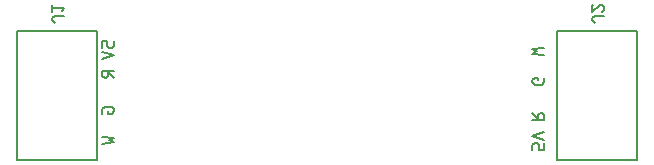
<source format=gbr>
G04 Generated by Ultiboard 14.0 *
%FSLAX33Y33*%
%MOMM*%

%ADD10C,0.001*%
%ADD11C,0.156*%
%ADD12C,0.200*%


G04 ColorRGB FF14FF for the following layer *
%LNSilkscreen Bottom*%
%LPD*%
G54D10*
G54D11*
X4880Y21429D02*
X4680Y21628D01*
X4680Y21827D01*
X4880Y22026D01*
X5680Y22026D01*
X5480Y22424D02*
X5680Y22623D01*
X4680Y22623D01*
X4680Y22325D02*
X4680Y22922D01*
X50600Y21429D02*
X50400Y21628D01*
X50400Y21827D01*
X50600Y22026D01*
X51400Y22026D01*
X51200Y22325D02*
X51400Y22524D01*
X51400Y22723D01*
X51200Y22922D01*
X51100Y22922D01*
X50400Y22325D01*
X50400Y22922D01*
X50500Y22922D01*
X8925Y19249D02*
X8925Y19846D01*
X9325Y19846D01*
X9325Y19448D01*
X9525Y19249D01*
X9725Y19249D01*
X9925Y19448D01*
X9925Y19846D01*
X8925Y18950D02*
X9925Y18652D01*
X8925Y18353D01*
X9925Y17306D02*
X8925Y17306D01*
X8925Y16908D01*
X9125Y16709D01*
X9225Y16709D01*
X9425Y16908D01*
X9425Y17306D01*
X9425Y17207D02*
X9925Y16709D01*
X9425Y13920D02*
X9425Y13721D01*
X9725Y13721D01*
X9925Y13920D01*
X9925Y14119D01*
X9725Y14318D01*
X9125Y14318D01*
X8925Y14119D01*
X8925Y13721D01*
X8925Y11778D02*
X9925Y11679D01*
X9525Y11480D01*
X9925Y11281D01*
X8925Y11181D01*
X46320Y11231D02*
X46320Y10634D01*
X45920Y10634D01*
X45920Y11032D01*
X45720Y11231D01*
X45520Y11231D01*
X45320Y11032D01*
X45320Y10634D01*
X46320Y11530D02*
X45320Y11828D01*
X46320Y12127D01*
X45320Y13174D02*
X46320Y13174D01*
X46320Y13572D01*
X46120Y13771D01*
X46020Y13771D01*
X45820Y13572D01*
X45820Y13174D01*
X45820Y13273D02*
X45320Y13771D01*
X45820Y16560D02*
X45820Y16759D01*
X45520Y16759D01*
X45320Y16560D01*
X45320Y16361D01*
X45520Y16162D01*
X46120Y16162D01*
X46320Y16361D01*
X46320Y16759D01*
X46320Y18702D02*
X45320Y18801D01*
X45720Y19000D01*
X45320Y19199D01*
X46320Y19299D01*
G54D12*
X1680Y20675D02*
X8480Y20675D01*
X8480Y9805D01*
X1680Y9805D01*
X1680Y20675D01*
X54200Y9805D02*
X47400Y9805D01*
X47400Y20675D01*
X54200Y20675D01*
X54200Y9805D01*

M02*

</source>
